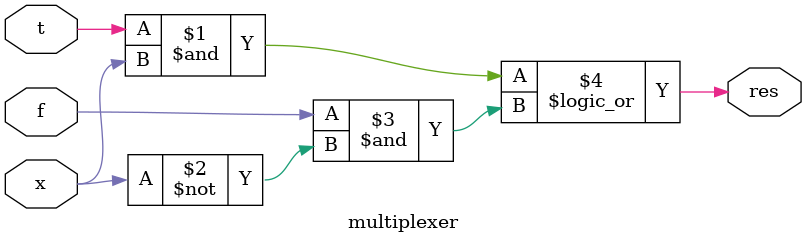
<source format=v>
module multiplexer(
  input x, t, f,
  output res
  );
  
  assign res = (t & x) || (f & (~x));
endmodule

</source>
